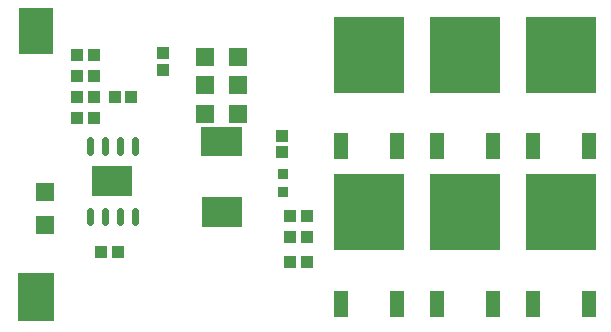
<source format=gtp>
G04 Layer: TopPasteMaskLayer*
G04 EasyEDA v6.2.44, 2019-10-11T09:46:47+02:00*
G04 b694c453db3c4fbcb19a449f5af86211,674c0623d3a246009f606e19fc16e94a,10*
G04 Gerber Generator version 0.2*
G04 Scale: 100 percent, Rotated: No, Reflected: No *
G04 Dimensions in millimeters *
G04 leading zeros omitted , absolute positions ,4 integer and 3 decimal *
%FSLAX43Y43*%
%MOMM*%
G90*
G71D02*

%ADD16C,0.599999*%
%ADD19R,2.999994X3.999992*%
%ADD20R,3.499866X2.499995*%
%ADD21R,1.099998X0.999998*%
%ADD22R,0.999998X1.099998*%
%ADD23R,1.600200X1.600200*%
%ADD24R,3.499993X2.499995*%
%ADD25R,1.199998X2.199996*%
%ADD26R,6.000013X6.499987*%
%ADD27R,0.810260X0.810260*%

%LPD*%
G54D16*
G01X9906Y14282D02*
G01X9906Y15282D01*
G01X8636Y14282D02*
G01X8636Y15282D01*
G01X7366Y14282D02*
G01X7366Y15282D01*
G01X6096Y14282D02*
G01X6096Y15282D01*
G01X9906Y8339D02*
G01X9906Y9339D01*
G01X8636Y8339D02*
G01X8636Y9339D01*
G01X7366Y8339D02*
G01X7366Y9339D01*
G01X6096Y8339D02*
G01X6096Y9339D01*
G36*
G01X3023Y4031D02*
G01X24Y4031D01*
G01X24Y32D01*
G01X3023Y32D01*
G01X3023Y4031D01*
G37*
G54D20*
G01X8001Y11811D03*
G54D21*
G01X12319Y21270D03*
G01X12319Y22670D03*
G54D22*
G01X5014Y17145D03*
G01X6415Y17145D03*
G54D23*
G01X2286Y8128D03*
G01X2286Y10927D03*
G54D22*
G01X8447Y5842D03*
G01X7047Y5842D03*
G01X5014Y18923D03*
G01X6415Y18923D03*
G01X5014Y20701D03*
G01X6415Y20701D03*
G01X5014Y22479D03*
G01X6415Y22479D03*
G54D24*
G01X17272Y9192D03*
G36*
G01X15521Y13942D02*
G01X15521Y16441D01*
G01X19022Y16441D01*
G01X19022Y13942D01*
G01X15521Y13942D01*
G37*
G54D23*
G01X15875Y22352D03*
G01X18674Y22352D03*
G54D25*
G01X40208Y14798D03*
G01X35483Y14792D03*
G54D26*
G01X37846Y22545D03*
G54D25*
G01X40208Y1463D03*
G01X35483Y1457D03*
G54D26*
G01X37846Y9210D03*
G54D19*
G01X1524Y24511D03*
G54D25*
G01X32080Y14798D03*
G01X27355Y14792D03*
G54D26*
G01X29718Y22545D03*
G54D25*
G01X32080Y1463D03*
G01X27355Y1457D03*
G54D26*
G01X29718Y9210D03*
G54D25*
G01X48336Y14798D03*
G01X43611Y14792D03*
G54D26*
G01X45974Y22545D03*
G54D25*
G01X48336Y1463D03*
G01X43611Y1457D03*
G54D26*
G01X45974Y9210D03*
G54D23*
G01X15875Y19939D03*
G01X18674Y19939D03*
G01X15875Y17526D03*
G01X18674Y17526D03*
G54D21*
G01X22352Y14285D03*
G01X22352Y15685D03*
G54D27*
G01X22479Y12446D03*
G01X22479Y10922D03*
G54D22*
G01X24449Y4953D03*
G01X23049Y4953D03*
G01X24449Y8890D03*
G01X23049Y8890D03*
G01X24449Y7112D03*
G01X23049Y7112D03*
G01X8189Y18923D03*
G01X9590Y18923D03*
M00*
M02*

</source>
